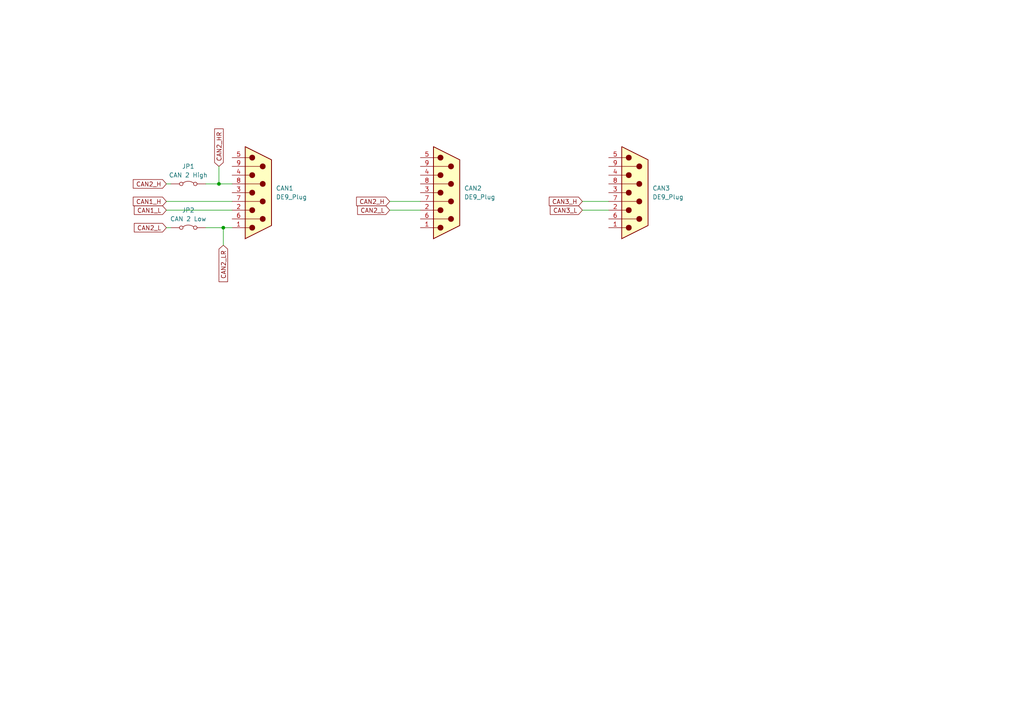
<source format=kicad_sch>
(kicad_sch (version 20231120) (generator "eeschema") (generator_version "8.0")
  (paper "A4")
  (lib_symbols
    (symbol "Connector:DE9_Plug" (pin_names (offset 1.016) hide)
      (property "Reference" "J" (at 0 13.97 0))
      (property "Value" "DE9_Plug" (at 0 -14.605 0))
      (symbol "DE9_Plug_0_1"
        (circle (center -1.778 -10.16) (radius 0.762) (fill (type outline)))
        (circle (center -1.778 -5.08) (radius 0.762) (fill (type outline)))
        (circle (center -1.778 0) (radius 0.762) (fill (type outline)))
        (circle (center -1.778 5.08) (radius 0.762) (fill (type outline)))
        (circle (center -1.778 10.16) (radius 0.762) (fill (type outline)))
        (polyline (pts (xy -3.81 -10.16) (xy -2.54 -10.16)))
        (polyline (pts (xy -3.81 -7.62) (xy 0.508 -7.62)))
        (polyline (pts (xy -3.81 -5.08) (xy -2.54 -5.08)))
        (polyline (pts (xy -3.81 -2.54) (xy 0.508 -2.54)))
        (polyline (pts (xy -3.81 0) (xy -2.54 0)))
        (polyline (pts (xy -3.81 2.54) (xy 0.508 2.54)))
        (polyline (pts (xy -3.81 5.08) (xy -2.54 5.08)))
        (polyline (pts (xy -3.81 7.62) (xy 0.508 7.62)))
        (polyline (pts (xy -3.81 10.16) (xy -2.54 10.16)))
        (polyline (pts (xy -3.81 -13.335) (xy -3.81 13.335) (xy 3.81 9.525) (xy 3.81 -9.525) (xy -3.81 -13.335)) (stroke (width 0.254)) (fill (type background)))
        (circle (center 1.27 -7.62) (radius 0.762) (fill (type outline)))
        (circle (center 1.27 -2.54) (radius 0.762) (fill (type outline)))
        (circle (center 1.27 2.54) (radius 0.762) (fill (type outline)))
        (circle (center 1.27 7.62) (radius 0.762) (fill (type outline)))
      )
      (symbol "DE9_Plug_1_1"
        (pin passive line (at -7.62 -10.16 0) (length 3.81) (name "1") (number "1"))
        (pin passive line (at -7.62 -5.08 0) (length 3.81) (name "2") (number "2"))
        (pin passive line (at -7.62 0 0) (length 3.81) (name "3") (number "3"))
        (pin passive line (at -7.62 5.08 0) (length 3.81) (name "4") (number "4"))
        (pin passive line (at -7.62 10.16 0) (length 3.81) (name "5") (number "5"))
        (pin passive line (at -7.62 -7.62 0) (length 3.81) (name "6") (number "6"))
        (pin passive line (at -7.62 -2.54 0) (length 3.81) (name "7") (number "7"))
        (pin passive line (at -7.62 2.54 0) (length 3.81) (name "8") (number "8"))
        (pin passive line (at -7.62 7.62 0) (length 3.81) (name "9") (number "9"))
      )
    )
    (symbol "Jumper:Jumper_2_Bridged" (pin_numbers hide) (pin_names (offset 0) hide) (exclude_from_sim yes)
      (property "Reference" "JP" (at 0 1.905 0))
      (property "Value" "Jumper_2_Bridged" (at 0 -2.54 0))
      (symbol "Jumper_2_Bridged_0_0"
        (circle (center -2.032 0) (radius 0.508))
        (circle (center 2.032 0) (radius 0.508))
      )
      (symbol "Jumper_2_Bridged_0_1"
        (arc (start 1.524 0.254) (mid 0 0.762) (end -1.524 0.254))
      )
      (symbol "Jumper_2_Bridged_1_1"
        (pin passive line (at -5.08 0 0) (length 2.54) (name "A") (number "1"))
        (pin passive line (at 5.08 0 180) (length 2.54) (name "B") (number "2"))
      )
    )
  )
  (junction (at 64.77 66.04))
  (junction (at 63.5 53.34))
  (wire (pts (xy 64.77 66.04) (xy 64.77 71.12)))
  (wire (pts (xy 64.77 66.04) (xy 67.31 66.04)))
  (wire (pts (xy 63.5 53.34) (xy 67.31 53.34)))
  (wire (pts (xy 59.69 66.04) (xy 64.77 66.04)))
  (wire (pts (xy 63.5 48.26) (xy 63.5 53.34)))
  (wire (pts (xy 48.26 66.04) (xy 49.53 66.04)))
  (wire (pts (xy 168.91 60.96) (xy 176.53 60.96)))
  (wire (pts (xy 48.26 60.96) (xy 67.31 60.96)))
  (wire (pts (xy 168.91 58.42) (xy 176.53 58.42)))
  (wire (pts (xy 48.26 53.34) (xy 49.53 53.34)))
  (wire (pts (xy 48.26 58.42) (xy 67.31 58.42)))
  (wire (pts (xy 59.69 53.34) (xy 63.5 53.34)))
  (wire (pts (xy 113.03 58.42) (xy 121.92 58.42)))
  (wire (pts (xy 113.03 60.96) (xy 121.92 60.96)))
  (global_label "CAN1_L" (shape input) (at 48.26 60.96 180) (property "Intersheetrefs" "${INTERSHEET_REFS}" (effects (hide yes))))
  (global_label "CAN3_H" (shape input) (at 168.91 58.42 180) (property "Intersheetrefs" "${INTERSHEET_REFS}" (effects (hide yes))))
  (global_label "CAN2_HR" (shape input) (at 63.5 48.26 90) (property "Intersheetrefs" "${INTERSHEET_REFS}" (effects (hide yes))))
  (global_label "CAN2_H" (shape input) (at 48.26 53.34 180) (property "Intersheetrefs" "${INTERSHEET_REFS}" (effects (hide yes))))
  (global_label "CAN3_L" (shape input) (at 168.91 60.96 180) (property "Intersheetrefs" "${INTERSHEET_REFS}" (effects (hide yes))))
  (global_label "CAN2_L" (shape input) (at 113.03 60.96 180) (property "Intersheetrefs" "${INTERSHEET_REFS}" (effects (hide yes))))
  (global_label "CAN2_L" (shape input) (at 48.26 66.04 180) (property "Intersheetrefs" "${INTERSHEET_REFS}" (effects (hide yes))))
  (global_label "CAN2_LR" (shape input) (at 64.77 71.12 270) (property "Intersheetrefs" "${INTERSHEET_REFS}" (effects (hide yes))))
  (global_label "CAN1_H" (shape input) (at 48.26 58.42 180) (property "Intersheetrefs" "${INTERSHEET_REFS}" (effects (hide yes))))
  (global_label "CAN2_H" (shape input) (at 113.03 58.42 180) (property "Intersheetrefs" "${INTERSHEET_REFS}" (effects (hide yes))))
  (symbol (lib_id "Connector:DE9_Plug") (at 184.15 55.88 0) (unit 1)
    (property "Reference" "CAN3" (at 189.23 54.6099 0) (effects (justify left)))
    (property "Value" "DE9_Plug" (at 189.23 57.1499 0) (effects (justify left)))
    (property "Footprint" "Connector_Dsub:DSUB-9_Female_Horizontal_P2.77x2.54mm_EdgePinOffset9.40mm" (effects (hide yes)))
    (property "Datasheet" " ~" (effects (hide yes)))
    (property "Description" "9-pin male plug pin D-SUB connector" (effects (hide yes)))
  )
  (symbol (lib_id "Connector:DE9_Plug") (at 74.93 55.88 0) (unit 1)
    (property "Reference" "CAN1" (at 80.01 54.6099 0) (effects (justify left)))
    (property "Value" "DE9_Plug" (at 80.01 57.1499 0) (effects (justify left)))
    (property "Footprint" "Connector_Dsub:DSUB-9_Female_Horizontal_P2.77x2.54mm_EdgePinOffset9.40mm" (effects (hide yes)))
    (property "Datasheet" " ~" (effects (hide yes)))
    (property "Description" "9-pin male plug pin D-SUB connector" (effects (hide yes)))
  )
  (symbol (lib_id "Jumper:Jumper_2_Bridged") (at 54.61 66.04 0) (unit 1) (exclude_from_sim yes)
    (property "Reference" "JP2" (at 54.61 60.96 0))
    (property "Value" "CAN 2 Low" (at 54.61 63.5 0))
    (property "Footprint" "TestPoint:TestPoint_2Pads_Pitch2.54mm_Drill0.8mm" (effects (hide yes)))
    (property "Description" "Jumper, 2-pole, closed/bridged" (effects (hide yes)))
  )
  (symbol (lib_id "Connector:DE9_Plug") (at 129.54 55.88 0) (unit 1)
    (property "Reference" "CAN2" (at 134.62 54.6099 0) (effects (justify left)))
    (property "Value" "DE9_Plug" (at 134.62 57.1499 0) (effects (justify left)))
    (property "Footprint" "Connector_Dsub:DSUB-9_Female_Horizontal_P2.77x2.54mm_EdgePinOffset9.40mm" (effects (hide yes)))
    (property "Datasheet" " ~" (effects (hide yes)))
    (property "Description" "9-pin male plug pin D-SUB connector" (effects (hide yes)))
  )
  (symbol (lib_id "Jumper:Jumper_2_Bridged") (at 54.61 53.34 0) (unit 1) (exclude_from_sim yes)
    (property "Reference" "JP1" (at 54.61 48.26 0))
    (property "Value" "CAN 2 High" (at 54.61 50.8 0))
    (property "Footprint" "TestPoint:TestPoint_2Pads_Pitch2.54mm_Drill0.8mm" (effects (hide yes)))
    (property "Description" "Jumper, 2-pole, closed/bridged" (effects (hide yes)))
  )
)
</source>
